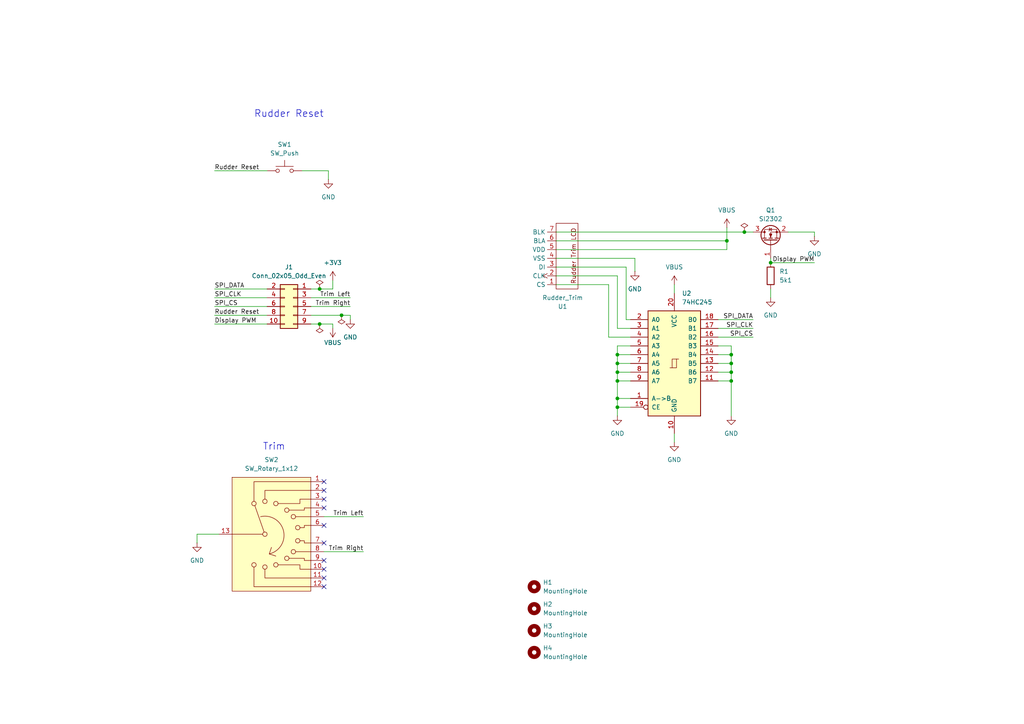
<source format=kicad_sch>
(kicad_sch (version 20231120) (generator "eeschema") (generator_version "8.0")
  (paper "A4")
  (lib_symbols
    (symbol "74xx:74HC245" (pin_names (offset 1.016))
      (property "Reference" "U" (at -7.62 16.51 0))
      (property "Value" "74HC245" (at -7.62 -16.51 0))
      (symbol "74HC245_1_0"
        (polyline (pts (xy -0.635 -1.27) (xy -0.635 1.27) (xy 0.635 1.27)))
        (polyline (pts (xy -1.27 -1.27) (xy 0.635 -1.27) (xy 0.635 1.27) (xy 1.27 1.27)))
        (pin input line (at -12.7 -10.16 0) (length 5.08) (name "A->B") (number "1"))
        (pin power_in line (at 0 -20.32 90) (length 5.08) (name "GND") (number "10"))
        (pin tri_state line (at 12.7 -5.08 180) (length 5.08) (name "B7") (number "11"))
        (pin tri_state line (at 12.7 -2.54 180) (length 5.08) (name "B6") (number "12"))
        (pin tri_state line (at 12.7 0 180) (length 5.08) (name "B5") (number "13"))
        (pin tri_state line (at 12.7 2.54 180) (length 5.08) (name "B4") (number "14"))
        (pin tri_state line (at 12.7 5.08 180) (length 5.08) (name "B3") (number "15"))
        (pin tri_state line (at 12.7 7.62 180) (length 5.08) (name "B2") (number "16"))
        (pin tri_state line (at 12.7 10.16 180) (length 5.08) (name "B1") (number "17"))
        (pin tri_state line (at 12.7 12.7 180) (length 5.08) (name "B0") (number "18"))
        (pin input inverted (at -12.7 -12.7 0) (length 5.08) (name "CE") (number "19"))
        (pin tri_state line (at -12.7 12.7 0) (length 5.08) (name "A0") (number "2"))
        (pin power_in line (at 0 20.32 270) (length 5.08) (name "VCC") (number "20"))
        (pin tri_state line (at -12.7 10.16 0) (length 5.08) (name "A1") (number "3"))
        (pin tri_state line (at -12.7 7.62 0) (length 5.08) (name "A2") (number "4"))
        (pin tri_state line (at -12.7 5.08 0) (length 5.08) (name "A3") (number "5"))
        (pin tri_state line (at -12.7 2.54 0) (length 5.08) (name "A4") (number "6"))
        (pin tri_state line (at -12.7 0 0) (length 5.08) (name "A5") (number "7"))
        (pin tri_state line (at -12.7 -2.54 0) (length 5.08) (name "A6") (number "8"))
        (pin tri_state line (at -12.7 -5.08 0) (length 5.08) (name "A7") (number "9"))
      )
      (symbol "74HC245_1_1"
        (rectangle (start -7.62 15.24) (end 7.62 -15.24) (stroke (width 0.254)) (fill (type background)))
      )
    )
    (symbol "Connector_Generic:Conn_02x05_Odd_Even" (pin_names (offset 1.016) hide)
      (property "Reference" "J" (at 1.27 7.62 0))
      (property "Value" "Conn_02x05_Odd_Even" (at 1.27 -7.62 0))
      (symbol "Conn_02x05_Odd_Even_1_1"
        (rectangle (start -1.27 -4.953) (end 0 -5.207) (stroke (width 0.1524)))
        (rectangle (start -1.27 -2.413) (end 0 -2.667) (stroke (width 0.1524)))
        (rectangle (start -1.27 0.127) (end 0 -0.127) (stroke (width 0.1524)))
        (rectangle (start -1.27 2.667) (end 0 2.413) (stroke (width 0.1524)))
        (rectangle (start -1.27 5.207) (end 0 4.953) (stroke (width 0.1524)))
        (rectangle (start -1.27 6.35) (end 3.81 -6.35) (stroke (width 0.254)) (fill (type background)))
        (rectangle (start 3.81 -4.953) (end 2.54 -5.207) (stroke (width 0.1524)))
        (rectangle (start 3.81 -2.413) (end 2.54 -2.667) (stroke (width 0.1524)))
        (rectangle (start 3.81 0.127) (end 2.54 -0.127) (stroke (width 0.1524)))
        (rectangle (start 3.81 2.667) (end 2.54 2.413) (stroke (width 0.1524)))
        (rectangle (start 3.81 5.207) (end 2.54 4.953) (stroke (width 0.1524)))
        (pin passive line (at -5.08 5.08 0) (length 3.81) (name "Pin_1") (number "1"))
        (pin passive line (at 7.62 -5.08 180) (length 3.81) (name "Pin_10") (number "10"))
        (pin passive line (at 7.62 5.08 180) (length 3.81) (name "Pin_2") (number "2"))
        (pin passive line (at -5.08 2.54 0) (length 3.81) (name "Pin_3") (number "3"))
        (pin passive line (at 7.62 2.54 180) (length 3.81) (name "Pin_4") (number "4"))
        (pin passive line (at -5.08 0 0) (length 3.81) (name "Pin_5") (number "5"))
        (pin passive line (at 7.62 0 180) (length 3.81) (name "Pin_6") (number "6"))
        (pin passive line (at -5.08 -2.54 0) (length 3.81) (name "Pin_7") (number "7"))
        (pin passive line (at 7.62 -2.54 180) (length 3.81) (name "Pin_8") (number "8"))
        (pin passive line (at -5.08 -5.08 0) (length 3.81) (name "Pin_9") (number "9"))
      )
    )
    (symbol "Device:R" (pin_numbers hide) (pin_names (offset 0))
      (property "Reference" "R" (at 2.032 0 90))
      (property "Value" "R" (at 0 0 90))
      (symbol "R_0_1"
        (rectangle (start -1.016 -2.54) (end 1.016 2.54) (stroke (width 0.254)))
      )
      (symbol "R_1_1"
        (pin passive line (at 0 3.81 270) (length 1.27) (name "~") (number "1"))
        (pin passive line (at 0 -3.81 90) (length 1.27) (name "~") (number "2"))
      )
    )
    (symbol "Kav_Displays:Rudder_Trim"
      (property "Reference" "U" (at 2.54 5.08 0))
      (property "Value" "Rudder_Trim" (at -6.35 5.08 0))
      (symbol "Rudder_Trim_0_1"
        (rectangle (start -8.89 3.81) (end 10.16 -2.54))
      )
      (symbol "Rudder_Trim_1_1"
        (text "Rudder Trim LCD" (at 0.7305 2.56 0) (effects (font (size 1.27 1.27))))
        (pin input line (at -7.62 -2.54 270) (length 2.54) (name "CS") (number "1"))
        (pin input clock (at -5.08 -2.54 270) (length 2.54) (name "CLK") (number "2"))
        (pin input line (at -2.54 -2.54 270) (length 2.54) (name "DI") (number "3"))
        (pin power_in line (at 0 -2.54 270) (length 2.54) (name "VSS") (number "4"))
        (pin power_in line (at 2.54 -2.54 270) (length 2.54) (name "VDD") (number "5"))
        (pin power_in line (at 5.08 -2.54 270) (length 2.54) (name "BLA") (number "6"))
        (pin power_in line (at 7.62 -2.54 270) (length 2.54) (name "BLK") (number "7"))
      )
    )
    (symbol "Mechanical:MountingHole" (pin_names (offset 1.016))
      (property "Reference" "H" (at 0 5.08 0))
      (property "Value" "MountingHole" (at 0 3.175 0))
      (symbol "MountingHole_0_1"
        (circle (center 0 0) (radius 1.27) (stroke (width 1.27)))
      )
    )
    (symbol "Switch:SW_Push" (pin_numbers hide) (pin_names (offset 1.016) hide)
      (property "Reference" "SW" (at 1.27 2.54 0))
      (property "Value" "SW_Push" (at 0 -1.524 0))
      (symbol "SW_Push_0_1"
        (circle (center -2.032 0) (radius 0.508))
        (polyline (pts (xy 0 1.27) (xy 0 3.048)))
        (polyline (pts (xy 2.54 1.27) (xy -2.54 1.27)))
        (circle (center 2.032 0) (radius 0.508))
        (pin passive line (at -5.08 0 0) (length 2.54) (name "1") (number "1"))
        (pin passive line (at 5.08 0 180) (length 2.54) (name "2") (number "2"))
      )
    )
    (symbol "Switch:SW_Rotary_1x12" (pin_names (offset 1.016) hide)
      (property "Reference" "SW" (at 0 17.78 0))
      (property "Value" "SW_Rotary_1x12" (at 0 -17.78 0))
      (symbol "SW_Rotary_1x12_0_0"
        (circle (center -5.08 -8.89) (radius 0.635))
        (circle (center -5.08 8.89) (radius 0.635))
        (circle (center -1.905 -9.525) (radius 0.635))
        (circle (center -1.905 0) (radius 0.635))
        (circle (center -1.905 9.525) (radius 0.635))
        (arc (start -0.635 -5.715) (mid 3.4777 0.949) (end -3.175 5.08))
        (polyline (pts (xy -2.1336 0.6096) (xy -4.826 8.2804)))
        (polyline (pts (xy -0.635 -5.715) (xy 0 -3.81)))
        (polyline (pts (xy -0.635 -5.715) (xy 1.27 -6.35)))
        (polyline (pts (xy 6.985 -5.08) (xy 11.43 -5.08)))
        (polyline (pts (xy 6.985 5.08) (xy 11.43 5.08)))
        (polyline (pts (xy -5.08 -9.525) (xy -5.08 -15.24) (xy 11.43 -15.24)))
        (polyline (pts (xy -5.08 9.525) (xy -5.08 15.24) (xy 11.43 15.24)))
        (polyline (pts (xy -1.905 -10.16) (xy -1.905 -12.7) (xy 11.43 -12.7)))
        (polyline (pts (xy -1.905 10.16) (xy -1.905 12.7) (xy 11.43 12.7)))
        (polyline (pts (xy 1.905 -8.89) (xy 8.255 -8.89) (xy 8.255 -10.16) (xy 11.43 -10.16)))
        (polyline (pts (xy 1.905 8.89) (xy 8.255 8.89) (xy 8.255 10.16) (xy 11.43 10.16)))
        (polyline (pts (xy 5.08 -6.985) (xy 9.525 -6.985) (xy 9.525 -7.62) (xy 11.43 -7.62)))
        (polyline (pts (xy 5.08 6.985) (xy 9.525 6.985) (xy 9.525 7.62) (xy 11.43 7.62)))
        (polyline (pts (xy 8.255 -1.905) (xy 9.525 -1.905) (xy 9.525 -2.54) (xy 11.43 -2.54)))
        (polyline (pts (xy 8.255 1.905) (xy 9.525 1.905) (xy 9.525 2.54) (xy 11.43 2.54)))
        (circle (center 1.27 -8.89) (radius 0.635))
        (circle (center 1.27 8.89) (radius 0.635))
        (circle (center 4.445 -6.985) (radius 0.635))
        (circle (center 4.445 6.985) (radius 0.635))
        (circle (center 6.35 -5.08) (radius 0.635))
        (circle (center 6.35 5.08) (radius 0.635))
        (circle (center 7.62 -1.905) (radius 0.635))
        (circle (center 7.62 1.905) (radius 0.635))
      )
      (symbol "SW_Rotary_1x12_1_1"
        (rectangle (start -11.43 16.51) (end 11.43 -16.51) (fill (type background)))
        (polyline (pts (xy -11.43 0) (xy -2.54 0)))
        (pin passive line (at 15.24 15.24 180) (length 3.81) (name "1") (number "1"))
        (pin passive line (at 15.24 -10.16 180) (length 3.81) (name "10") (number "10"))
        (pin passive line (at 15.24 -12.7 180) (length 3.81) (name "11") (number "11"))
        (pin passive line (at 15.24 -15.24 180) (length 3.81) (name "12") (number "12"))
        (pin passive line (at -15.24 0 0) (length 3.81) (name "13") (number "13"))
        (pin passive line (at 15.24 12.7 180) (length 3.81) (name "2") (number "2"))
        (pin passive line (at 15.24 10.16 180) (length 3.81) (name "3") (number "3"))
        (pin passive line (at 15.24 7.62 180) (length 3.81) (name "4") (number "4"))
        (pin passive line (at 15.24 5.08 180) (length 3.81) (name "5") (number "5"))
        (pin passive line (at 15.24 2.54 180) (length 3.81) (name "6") (number "6"))
        (pin passive line (at 15.24 -2.54 180) (length 3.81) (name "7") (number "7"))
        (pin passive line (at 15.24 -5.08 180) (length 3.81) (name "8") (number "8"))
        (pin passive line (at 15.24 -7.62 180) (length 3.81) (name "9") (number "9"))
      )
    )
    (symbol "Transistor_FET:2N7002K" (pin_names hide)
      (property "Reference" "Q" (at 5.08 1.905 0))
      (property "Value" "2N7002K" (at 5.08 0 0))
      (symbol "2N7002K_0_1"
        (polyline (pts (xy 0.254 0) (xy -2.54 0)))
        (polyline (pts (xy 0.254 1.905) (xy 0.254 -1.905)) (stroke (width 0.254)))
        (polyline (pts (xy 0.762 -1.27) (xy 0.762 -2.286)) (stroke (width 0.254)))
        (polyline (pts (xy 0.762 0.508) (xy 0.762 -0.508)) (stroke (width 0.254)))
        (polyline (pts (xy 0.762 2.286) (xy 0.762 1.27)) (stroke (width 0.254)))
        (polyline (pts (xy 2.54 2.54) (xy 2.54 1.778)))
        (polyline (pts (xy 2.54 -2.54) (xy 2.54 0) (xy 0.762 0)))
        (polyline (pts (xy 0.762 -1.778) (xy 3.302 -1.778) (xy 3.302 1.778) (xy 0.762 1.778)))
        (polyline (pts (xy 1.016 0) (xy 2.032 0.381) (xy 2.032 -0.381) (xy 1.016 0)) (fill (type outline)))
        (polyline (pts (xy 2.794 0.508) (xy 2.921 0.381) (xy 3.683 0.381) (xy 3.81 0.254)))
        (polyline (pts (xy 3.302 0.381) (xy 2.921 -0.254) (xy 3.683 -0.254) (xy 3.302 0.381)))
        (circle (center 1.651 0) (radius 2.794) (stroke (width 0.254)))
        (circle (center 2.54 -1.778) (radius 0.254) (fill (type outline)))
        (circle (center 2.54 1.778) (radius 0.254) (fill (type outline)))
      )
      (symbol "2N7002K_1_1"
        (pin input line (at -5.08 0 0) (length 2.54) (name "G") (number "1"))
        (pin passive line (at 2.54 -5.08 90) (length 2.54) (name "S") (number "2"))
        (pin passive line (at 2.54 5.08 270) (length 2.54) (name "D") (number "3"))
      )
    )
    (symbol "power:+3V3" (power) (pin_numbers hide) (pin_names (offset 0) hide)
      (property "Value" "+3V3" (at 0 3.556 0))
      (symbol "+3V3_0_1"
        (polyline (pts (xy -0.762 1.27) (xy 0 2.54)))
        (polyline (pts (xy 0 0) (xy 0 2.54)))
        (polyline (pts (xy 0 2.54) (xy 0.762 1.27)))
      )
      (symbol "+3V3_1_1"
        (pin power_in line (at 0 0 90) (length 0) (name "~") (number "1"))
      )
    )
    (symbol "power:GND" (power) (pin_numbers hide) (pin_names (offset 0) hide)
      (property "Value" "GND" (at 0 -3.81 0))
      (symbol "GND_0_1"
        (polyline (pts (xy 0 0) (xy 0 -1.27) (xy 1.27 -1.27) (xy 0 -2.54) (xy -1.27 -1.27) (xy 0 -1.27)))
      )
      (symbol "GND_1_1"
        (pin power_in line (at 0 0 270) (length 0) (name "~") (number "1"))
      )
    )
    (symbol "power:PWR_FLAG" (power) (pin_numbers hide) (pin_names (offset 0) hide)
      (property "Value" "PWR_FLAG" (at 0 3.81 0))
      (symbol "PWR_FLAG_0_0"
        (pin power_out line (at 0 0 90) (length 0) (name "~") (number "1"))
      )
      (symbol "PWR_FLAG_0_1"
        (polyline (pts (xy 0 0) (xy 0 1.27) (xy -1.016 1.905) (xy 0 2.54) (xy 1.016 1.905) (xy 0 1.27)))
      )
    )
    (symbol "power:VBUS" (power) (pin_numbers hide) (pin_names (offset 0) hide)
      (property "Value" "VBUS" (at 0 3.556 0))
      (symbol "VBUS_0_1"
        (polyline (pts (xy -0.762 1.27) (xy 0 2.54)))
        (polyline (pts (xy 0 0) (xy 0 2.54)))
        (polyline (pts (xy 0 2.54) (xy 0.762 1.27)))
      )
      (symbol "VBUS_1_1"
        (pin power_in line (at 0 0 90) (length 0) (name "~") (number "1"))
      )
    )
  )
  (junction (at 179.07 110.49))
  (junction (at 179.07 102.87))
  (junction (at 212.09 105.41))
  (junction (at 210.82 69.85))
  (junction (at 179.07 105.41))
  (junction (at 215.9 67.31))
  (junction (at 179.07 115.57))
  (junction (at 99.06 91.44))
  (junction (at 92.71 93.98))
  (junction (at 212.09 102.87))
  (junction (at 212.09 107.95))
  (junction (at 92.71 83.82))
  (junction (at 223.52 76.2))
  (junction (at 212.09 110.49))
  (junction (at 179.07 118.11))
  (junction (at 179.07 107.95))
  (no_connect (at 93.98 162.56))
  (no_connect (at 93.98 170.18))
  (no_connect (at 93.98 142.24))
  (no_connect (at 93.98 167.64))
  (no_connect (at 93.98 165.1))
  (no_connect (at 93.98 157.48))
  (no_connect (at 93.98 144.78))
  (no_connect (at 93.98 139.7))
  (no_connect (at 93.98 147.32))
  (no_connect (at 93.98 152.4))
  (wire (pts (xy 208.28 102.87) (xy 212.09 102.87)))
  (wire (pts (xy 90.17 91.44) (xy 99.06 91.44)))
  (wire (pts (xy 210.82 69.85) (xy 210.82 72.39)))
  (wire (pts (xy 95.25 49.53) (xy 95.25 52.07)))
  (wire (pts (xy 182.88 95.25) (xy 179.07 95.25)))
  (wire (pts (xy 101.6 91.44) (xy 101.6 92.71)))
  (wire (pts (xy 212.09 100.33) (xy 208.28 100.33)))
  (wire (pts (xy 181.61 77.47) (xy 161.29 77.47)))
  (wire (pts (xy 179.07 95.25) (xy 179.07 80.01)))
  (wire (pts (xy 182.88 110.49) (xy 179.07 110.49)))
  (wire (pts (xy 228.6 67.31) (xy 236.22 67.31)))
  (wire (pts (xy 161.29 82.55) (xy 176.53 82.55)))
  (wire (pts (xy 223.52 76.2) (xy 236.22 76.2)))
  (wire (pts (xy 62.23 93.98) (xy 77.47 93.98)))
  (wire (pts (xy 99.06 91.44) (xy 101.6 91.44)))
  (wire (pts (xy 179.07 102.87) (xy 179.07 105.41)))
  (wire (pts (xy 161.29 80.01) (xy 179.07 80.01)))
  (wire (pts (xy 236.22 67.31) (xy 236.22 68.58)))
  (wire (pts (xy 184.15 74.93) (xy 184.15 78.74)))
  (wire (pts (xy 176.53 97.79) (xy 176.53 82.55)))
  (wire (pts (xy 223.52 74.93) (xy 223.52 76.2)))
  (wire (pts (xy 179.07 120.65) (xy 179.07 118.11)))
  (wire (pts (xy 210.82 72.39) (xy 161.29 72.39)))
  (wire (pts (xy 182.88 97.79) (xy 176.53 97.79)))
  (wire (pts (xy 92.71 83.82) (xy 96.52 83.82)))
  (wire (pts (xy 57.15 154.94) (xy 63.5 154.94)))
  (wire (pts (xy 62.23 49.53) (xy 77.47 49.53)))
  (wire (pts (xy 195.58 125.73) (xy 195.58 128.27)))
  (wire (pts (xy 179.07 100.33) (xy 179.07 102.87)))
  (wire (pts (xy 208.28 110.49) (xy 212.09 110.49)))
  (wire (pts (xy 208.28 97.79) (xy 218.44 97.79)))
  (wire (pts (xy 92.71 93.98) (xy 96.52 93.98)))
  (wire (pts (xy 184.15 74.93) (xy 161.29 74.93)))
  (wire (pts (xy 161.29 69.85) (xy 210.82 69.85)))
  (wire (pts (xy 212.09 102.87) (xy 212.09 100.33)))
  (wire (pts (xy 90.17 93.98) (xy 92.71 93.98)))
  (wire (pts (xy 208.28 107.95) (xy 212.09 107.95)))
  (wire (pts (xy 212.09 110.49) (xy 212.09 107.95)))
  (wire (pts (xy 179.07 105.41) (xy 182.88 105.41)))
  (wire (pts (xy 96.52 93.98) (xy 96.52 95.25)))
  (wire (pts (xy 182.88 92.71) (xy 181.61 92.71)))
  (wire (pts (xy 179.07 107.95) (xy 182.88 107.95)))
  (wire (pts (xy 182.88 115.57) (xy 179.07 115.57)))
  (wire (pts (xy 96.52 81.28) (xy 96.52 83.82)))
  (wire (pts (xy 179.07 118.11) (xy 182.88 118.11)))
  (wire (pts (xy 195.58 82.55) (xy 195.58 85.09)))
  (wire (pts (xy 208.28 105.41) (xy 212.09 105.41)))
  (wire (pts (xy 179.07 107.95) (xy 179.07 110.49)))
  (wire (pts (xy 208.28 92.71) (xy 218.44 92.71)))
  (wire (pts (xy 93.98 149.86) (xy 105.41 149.86)))
  (wire (pts (xy 90.17 86.36) (xy 101.6 86.36)))
  (wire (pts (xy 179.07 102.87) (xy 182.88 102.87)))
  (wire (pts (xy 212.09 105.41) (xy 212.09 102.87)))
  (wire (pts (xy 215.9 67.31) (xy 218.44 67.31)))
  (wire (pts (xy 90.17 88.9) (xy 101.6 88.9)))
  (wire (pts (xy 62.23 88.9) (xy 77.47 88.9)))
  (wire (pts (xy 215.9 67.31) (xy 161.29 67.31)))
  (wire (pts (xy 210.82 66.04) (xy 210.82 69.85)))
  (wire (pts (xy 179.07 105.41) (xy 179.07 107.95)))
  (wire (pts (xy 93.98 160.02) (xy 105.41 160.02)))
  (wire (pts (xy 62.23 91.44) (xy 77.47 91.44)))
  (wire (pts (xy 179.07 115.57) (xy 179.07 118.11)))
  (wire (pts (xy 57.15 154.94) (xy 57.15 157.48)))
  (wire (pts (xy 208.28 95.25) (xy 218.44 95.25)))
  (wire (pts (xy 182.88 100.33) (xy 179.07 100.33)))
  (wire (pts (xy 90.17 83.82) (xy 92.71 83.82)))
  (wire (pts (xy 62.23 86.36) (xy 77.47 86.36)))
  (wire (pts (xy 212.09 107.95) (xy 212.09 105.41)))
  (wire (pts (xy 62.23 83.82) (xy 77.47 83.82)))
  (wire (pts (xy 181.61 92.71) (xy 181.61 77.47)))
  (wire (pts (xy 212.09 120.65) (xy 212.09 110.49)))
  (wire (pts (xy 87.63 49.53) (xy 95.25 49.53)))
  (wire (pts (xy 223.52 83.82) (xy 223.52 86.36)))
  (wire (pts (xy 179.07 110.49) (xy 179.07 115.57)))
  (text "Rudder Reset" (at 73.66 34.29 0) (effects (font (size 2 2)) (justify left bottom)))
  (text "Trim" (at 76.2 130.81 0) (effects (font (size 2 2)) (justify left bottom)))
  (label "Trim Right" (at 105.41 160.02 180))
  (label "Display PWM" (at 62.23 93.98 0))
  (label "Display PWM" (at 236.22 76.2 180))
  (label "SPI_CS" (at 218.44 97.79 180))
  (label "Rudder Reset" (at 62.23 91.44 0))
  (label "SPI_CS" (at 62.23 88.9 0))
  (label "SPI_CLK" (at 62.23 86.36 0))
  (label "SPI_DATA" (at 62.23 83.82 0))
  (label "Rudder Reset" (at 62.23 49.53 0))
  (label "SPI_DATA" (at 218.44 92.71 180))
  (label "SPI_CLK" (at 218.44 95.25 180))
  (label "Trim Left" (at 101.6 86.36 180))
  (label "Trim Right" (at 101.6 88.9 180))
  (label "Trim Left" (at 105.41 149.86 180))
  (symbol (lib_id "power:GND") (at 195.58 128.27 0) (unit 1)
    (property "Reference" "#PWR06" (effects (hide yes)))
    (property "Value" "GND" (at 195.58 133.35 0))
  )
  (symbol (lib_id "power:+3V3") (at 96.52 81.28 0) (unit 1)
    (property "Reference" "#PWR025" (effects (hide yes)))
    (property "Value" "+3V3" (at 96.52 76.2 0))
  )
  (symbol (lib_id "power:VBUS") (at 195.58 82.55 0) (unit 1)
    (property "Reference" "#PWR07" (effects (hide yes)))
    (property "Value" "VBUS" (at 195.58 77.47 0))
  )
  (symbol (lib_id "Switch:SW_Rotary_1x12") (at 78.74 154.94 0) (unit 1)
    (property "Reference" "SW2" (at 78.74 133.35 0))
    (property "Value" "SW_Rotary_1x12" (at 78.74 135.89 0))
    (property "Footprint" "NiasStuff:C&K_Rotary_Switches" (effects (hide yes)))
    (property "Datasheet" "https://www.mouser.de/datasheet/2/240/arotary-3050724.pdf" (effects (hide yes)))
    (property "JLCPCB Part" "N/A" (effects (hide yes)))
    (property "Manufracturer" "C&K" (effects (hide yes)))
    (property "Manufracturer Part Number" "A12505RNZQ " (effects (hide yes)))
  )
  (symbol (lib_id "power:GND") (at 57.15 157.48 0) (unit 1)
    (property "Reference" "#PWR09" (effects (hide yes)))
    (property "Value" "GND" (at 57.15 162.56 0))
  )
  (symbol (lib_id "Mechanical:MountingHole") (at 154.94 176.53 0) (unit 1) (in_bom no)
    (property "Reference" "H2" (at 157.48 175.26 0) (effects (justify left)))
    (property "Value" "MountingHole" (at 157.48 177.8 0) (effects (justify left)))
    (property "Footprint" "MountingHole:MountingHole_2.2mm_M2" (effects (hide yes)))
  )
  (symbol (lib_id "power:GND") (at 223.52 86.36 0) (unit 1)
    (property "Reference" "#PWR04" (effects (hide yes)))
    (property "Value" "GND" (at 223.52 91.44 0))
  )
  (symbol (lib_id "Device:R") (at 223.52 80.01 180) (unit 1)
    (property "Reference" "R1" (at 226.06 78.74 0) (effects (justify right)))
    (property "Value" "5k1" (at 226.06 81.28 0) (effects (justify right)))
    (property "Footprint" "Resistor_SMD:R_0603_1608Metric" (effects (hide yes)))
    (property "Datasheet" "https://www.lcsc.com/datasheet/lcsc_datasheet_2206010116_UNI-ROYAL-Uniroyal-Elec-0603WAF5101T5E_C23186.pdf" (effects (hide yes)))
    (property "JLCPCB Part" "C23186" (effects (hide yes)))
    (property "Manufracturer" "UNI-ROYAL(Uniroyal Elec)" (effects (hide yes)))
    (property "Manufracturer Part Number" "0603WAF5101T5E" (effects (hide yes)))
  )
  (symbol (lib_id "74xx:74HC245") (at 195.58 105.41 0) (unit 1)
    (property "Reference" "U2" (at 197.7741 85.09 0) (effects (justify left)))
    (property "Value" "74HC245" (at 197.7741 87.63 0) (effects (justify left)))
    (property "Footprint" "Package_SO:SOP-20_7.5x12.8mm_P1.27mm" (effects (hide yes)))
    (property "Datasheet" "https://www.lcsc.com/datasheet/lcsc_datasheet_2407241045_Nexperia-74HCT245PW-118_C5980.pdf" (effects (hide yes)))
    (property "Description" "Octal BUS Transceivers, 3-State outputs" (effects (hide yes)))
    (property "JLCPCB Part" "C5980" (effects (hide yes)))
    (property "Manufracturer" "Nexperia" (effects (hide yes)))
    (property "Manufracturer Part Number" "74HCT245PW,118" (effects (hide yes)))
  )
  (symbol (lib_id "Switch:SW_Push") (at 82.55 49.53 0) (unit 1)
    (property "Reference" "SW1" (at 82.55 41.91 0))
    (property "Value" "SW_Push" (at 82.55 44.45 0))
    (property "Footprint" "Button_Switch_SMD:SW_Push_1TS009xxxx-xxxx-xxxx_6x6x5mm" (effects (hide yes)))
    (property "Datasheet" "https://www.lcsc.com/datasheet/lcsc_datasheet_1811151231_HYP--Hongyuan-Precision-1TS009A-1800-5000-CT_C319409.pdf" (effects (hide yes)))
    (property "JLCPCB Part" "C319409" (effects (hide yes)))
    (property "Manufracturer" "HYP (Hongyuan Precision)" (effects (hide yes)))
    (property "Manufracturer Part Number" "1TS009A-1800-5000-CT" (effects (hide yes)))
  )
  (symbol (lib_id "Transistor_FET:2N7002K") (at 223.52 69.85 90) (unit 1)
    (property "Reference" "Q1" (at 223.52 60.96 90))
    (property "Value" "SI2302" (at 223.52 63.5 90))
    (property "Footprint" "Package_TO_SOT_SMD:SOT-23" (effects (hide yes)))
    (property "Datasheet" "https://www.diodes.com/assets/Datasheets/ds30896.pdf" (effects (hide yes)))
    (property "Description" "0.38A Id, 60V Vds, N-Channel MOSFET, SOT-23" (effects (hide yes)))
    (property "Manufracturer" "YONGYUTAI" (effects (hide yes)))
    (property "Manufracturer Part Number" "SI2302" (effects (hide yes)))
    (property "JLCPCB Part" "C2891732" (effects (hide yes)))
  )
  (symbol (lib_id "power:PWR_FLAG") (at 99.06 91.44 180) (unit 1)
    (property "Reference" "#FLG02" (effects (hide yes)))
    (property "Value" "PWR_FLAG" (effects (hide yes)))
    (property "Description" "Special symbol for telling ERC where power comes from" (effects (hide yes)))
  )
  (symbol (lib_id "power:GND") (at 101.6 92.71 0) (unit 1)
    (property "Reference" "#PWR027" (effects (hide yes)))
    (property "Value" "GND" (at 101.6 97.79 0))
  )
  (symbol (lib_id "power:PWR_FLAG") (at 92.71 83.82 0) (unit 1)
    (property "Reference" "#FLG01" (effects (hide yes)))
    (property "Value" "PWR_FLAG" (effects (hide yes)))
    (property "Description" "Special symbol for telling ERC where power comes from" (effects (hide yes)))
  )
  (symbol (lib_id "power:GND") (at 236.22 68.58 0) (unit 1)
    (property "Reference" "#PWR03" (effects (hide yes)))
    (property "Value" "GND" (at 236.22 73.66 0))
  )
  (symbol (lib_id "Mechanical:MountingHole") (at 154.94 170.18 0) (unit 1) (in_bom no)
    (property "Reference" "H1" (at 157.48 168.91 0) (effects (justify left)))
    (property "Value" "MountingHole" (at 157.48 171.45 0) (effects (justify left)))
    (property "Footprint" "MountingHole:MountingHole_2.2mm_M2" (effects (hide yes)))
  )
  (symbol (lib_id "power:GND") (at 212.09 120.65 0) (unit 1)
    (property "Reference" "#PWR08" (effects (hide yes)))
    (property "Value" "GND" (at 212.09 125.73 0))
  )
  (symbol (lib_id "Connector_Generic:Conn_02x05_Odd_Even") (at 85.09 88.9 0) (mirror y) (unit 1)
    (property "Reference" "J1" (at 83.82 77.47 0))
    (property "Value" "Conn_02x05_Odd_Even" (at 83.82 80.01 0))
    (property "Footprint" "Connector_IDC:IDC-Header_2x05_P2.54mm_Vertical" (effects (hide yes)))
    (property "Datasheet" "https://www.lcsc.com/datasheet/lcsc_datasheet_1810281612_BOOMELE-Boom-Precision-Elec-2-54-2-5P_C5665.pdf" (effects (hide yes)))
    (property "JLCPCB Part" "C5665" (effects (hide yes)))
    (property "Manufracturer" "BOOMELE(Boom Precision Elec)" (effects (hide yes)))
    (property "Manufracturer Part Number" "2.54-2*5P" (effects (hide yes)))
  )
  (symbol (lib_id "Mechanical:MountingHole") (at 154.94 189.23 0) (unit 1) (in_bom no)
    (property "Reference" "H4" (at 157.48 187.96 0) (effects (justify left)))
    (property "Value" "MountingHole" (at 157.48 190.5 0) (effects (justify left)))
    (property "Footprint" "MountingHole:MountingHole_2.2mm_M2" (effects (hide yes)))
  )
  (symbol (lib_id "power:GND") (at 95.25 52.07 0) (unit 1)
    (property "Reference" "#PWR010" (effects (hide yes)))
    (property "Value" "GND" (at 95.25 57.15 0))
  )
  (symbol (lib_id "power:PWR_FLAG") (at 215.9 67.31 0) (unit 1)
    (property "Reference" "#FLG04" (effects (hide yes)))
    (property "Value" "PWR_FLAG" (effects (hide yes)))
    (property "Description" "Special symbol for telling ERC where power comes from" (effects (hide yes)))
  )
  (symbol (lib_id "Mechanical:MountingHole") (at 154.94 182.88 0) (unit 1) (in_bom no)
    (property "Reference" "H3" (at 157.48 181.61 0) (effects (justify left)))
    (property "Value" "MountingHole" (at 157.48 184.15 0) (effects (justify left)))
    (property "Footprint" "MountingHole:MountingHole_2.2mm_M2" (effects (hide yes)))
  )
  (symbol (lib_id "power:VBUS") (at 210.82 66.04 0) (unit 1)
    (property "Reference" "#PWR01" (effects (hide yes)))
    (property "Value" "VBUS" (at 210.82 60.96 0))
  )
  (symbol (lib_id "power:PWR_FLAG") (at 92.71 93.98 180) (unit 1)
    (property "Reference" "#FLG03" (effects (hide yes)))
    (property "Value" "PWR_FLAG" (effects (hide yes)))
    (property "Description" "Special symbol for telling ERC where power comes from" (effects (hide yes)))
  )
  (symbol (lib_id "Kav_Displays:Rudder_Trim") (at 163.83 74.93 270) (mirror x) (unit 1)
    (property "Reference" "U1" (at 163.195 88.9 90))
    (property "Value" "Rudder_Trim" (at 163.195 86.36 90))
    (property "Footprint" "Kav_Simulations:Rudder_Trim" (effects (hide yes)))
    (property "Datasheet" "https://github.com/Jak-Kav/A3xx-LCD-Devices/blob/main/RADIO_BATT_RUD_TCAS/Documentation/A3xx_Rudder_Trim_LCD_Data_Sheet.pdf" (effects (hide yes)))
    (property "Description" "Kav Simulations LCD device for rudder trim" (effects (hide yes)))
    (property "JLCPCB Part" "N/A" (effects (hide yes)))
  )
  (symbol (lib_id "power:GND") (at 184.15 78.74 0) (unit 1)
    (property "Reference" "#PWR02" (effects (hide yes)))
    (property "Value" "GND" (at 184.15 83.82 0))
  )
  (symbol (lib_id "power:GND") (at 179.07 120.65 0) (unit 1)
    (property "Reference" "#PWR05" (effects (hide yes)))
    (property "Value" "GND" (at 179.07 125.73 0))
  )
  (symbol (lib_id "power:VBUS") (at 96.52 95.25 180) (unit 1)
    (property "Reference" "#PWR026" (effects (hide yes)))
    (property "Value" "VBUS" (at 96.52 99.3831 0))
  )
)
</source>
